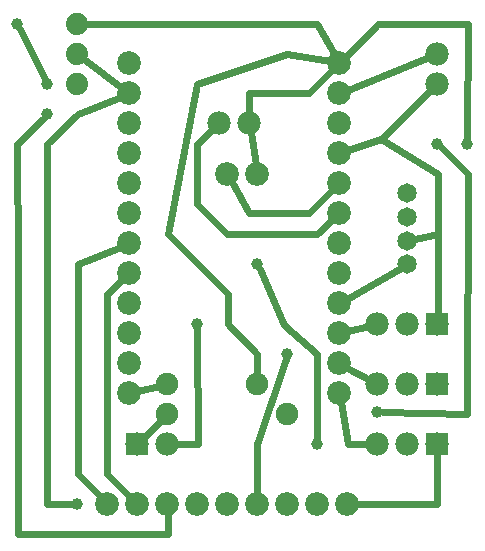
<source format=gtl>
G04 MADE WITH FRITZING*
G04 WWW.FRITZING.ORG*
G04 DOUBLE SIDED*
G04 HOLES PLATED*
G04 CONTOUR ON CENTER OF CONTOUR VECTOR*
%ASAXBY*%
%FSLAX23Y23*%
%MOIN*%
%OFA0B0*%
%SFA1.0B1.0*%
%ADD10C,0.078000*%
%ADD11C,0.039370*%
%ADD12C,0.074000*%
%ADD13C,0.075000*%
%ADD14C,0.079370*%
%ADD15C,0.065000*%
%ADD16R,0.078000X0.078000*%
%ADD17C,0.024000*%
%LNCOPPER1*%
G90*
G70*
G54D10*
X1444Y1730D03*
X1444Y1630D03*
G54D11*
X1544Y1430D03*
G54D12*
X244Y1630D03*
X244Y1730D03*
X244Y1830D03*
G54D11*
X144Y1630D03*
X44Y1830D03*
X144Y1530D03*
X244Y230D03*
X644Y830D03*
X944Y730D03*
X844Y1030D03*
X1044Y430D03*
X1244Y538D03*
X1444Y1430D03*
G54D13*
X544Y630D03*
X844Y630D03*
X544Y630D03*
X844Y630D03*
X944Y530D03*
X544Y530D03*
X944Y530D03*
X544Y530D03*
G54D14*
X416Y1699D03*
X416Y1599D03*
X416Y1499D03*
X416Y1399D03*
X416Y1299D03*
X416Y1199D03*
X416Y1099D03*
X416Y999D03*
X416Y899D03*
X416Y799D03*
X416Y699D03*
X416Y599D03*
X1116Y1699D03*
X1116Y1599D03*
X1116Y1499D03*
X1116Y1399D03*
X1116Y1299D03*
X1116Y1199D03*
X1116Y1099D03*
X1116Y999D03*
X1116Y899D03*
X1116Y799D03*
X1116Y699D03*
X1116Y599D03*
G54D10*
X444Y430D03*
X544Y430D03*
G54D14*
X1144Y230D03*
X1044Y230D03*
X944Y230D03*
X844Y230D03*
X744Y230D03*
X644Y230D03*
X544Y230D03*
X444Y230D03*
X344Y230D03*
G54D10*
X1444Y430D03*
X1344Y430D03*
X1244Y430D03*
X1444Y630D03*
X1344Y630D03*
X1244Y630D03*
X1444Y830D03*
X1344Y830D03*
X1244Y830D03*
G54D15*
X1344Y1030D03*
X1344Y1108D03*
X1344Y1187D03*
X1344Y1266D03*
G54D10*
X716Y1499D03*
X816Y1499D03*
G54D14*
X744Y1330D03*
X844Y1330D03*
X744Y1330D03*
X844Y1330D03*
G54D16*
X444Y430D03*
X1444Y430D03*
X1444Y630D03*
X1444Y830D03*
G54D17*
X1043Y1829D02*
X276Y1830D01*
D02*
X1101Y1726D02*
X1043Y1829D01*
D02*
X1245Y1829D02*
X1545Y1829D01*
D02*
X1545Y1829D02*
X1544Y1449D01*
D02*
X1138Y1721D02*
X1245Y1829D01*
D02*
X1145Y1611D02*
X1416Y1719D01*
D02*
X1255Y1446D02*
X1423Y1609D01*
D02*
X1545Y1330D02*
X1544Y530D01*
D02*
X1544Y530D02*
X1263Y537D01*
D02*
X1458Y1416D02*
X1545Y1330D01*
D02*
X53Y1813D02*
X136Y1647D01*
D02*
X144Y1430D02*
X144Y229D01*
D02*
X144Y229D02*
X225Y230D01*
D02*
X245Y1531D02*
X144Y1430D01*
D02*
X388Y1588D02*
X245Y1531D01*
D02*
X269Y1711D02*
X392Y1618D01*
D02*
X245Y330D02*
X245Y1029D01*
D02*
X245Y1029D02*
X388Y1087D01*
D02*
X323Y252D02*
X245Y330D01*
D02*
X344Y330D02*
X344Y930D01*
D02*
X344Y930D02*
X394Y978D01*
D02*
X423Y251D02*
X344Y330D01*
D02*
X1444Y231D02*
X1444Y400D01*
D02*
X1175Y230D02*
X1444Y231D01*
D02*
X524Y509D02*
X466Y451D01*
D02*
X45Y1030D02*
X45Y129D01*
D02*
X45Y129D02*
X546Y129D01*
D02*
X546Y129D02*
X545Y199D01*
D02*
X44Y1430D02*
X45Y1030D01*
D02*
X131Y1516D02*
X44Y1430D01*
D02*
X645Y430D02*
X644Y811D01*
D02*
X575Y430D02*
X645Y430D01*
D02*
X844Y430D02*
X938Y712D01*
D02*
X844Y260D02*
X844Y430D01*
D02*
X1146Y806D02*
X1215Y823D01*
D02*
X1143Y684D02*
X1218Y644D01*
D02*
X1145Y429D02*
X1214Y429D01*
D02*
X1121Y569D02*
X1145Y429D01*
D02*
X1044Y630D02*
X1044Y729D01*
D02*
X1044Y729D02*
X933Y828D01*
D02*
X933Y828D02*
X852Y1012D01*
D02*
X1044Y530D02*
X1044Y630D01*
D02*
X1044Y449D02*
X1044Y530D01*
D02*
X1143Y914D02*
X1324Y1018D01*
D02*
X446Y606D02*
X517Y623D01*
D02*
X1445Y1130D02*
X1368Y1113D01*
D02*
X1044Y1130D02*
X744Y1130D01*
D02*
X744Y1130D02*
X644Y1231D01*
D02*
X644Y1231D02*
X643Y1430D01*
D02*
X643Y1430D02*
X694Y1478D01*
D02*
X1094Y1178D02*
X1044Y1130D01*
D02*
X844Y729D02*
X844Y658D01*
D02*
X745Y831D02*
X844Y729D01*
D02*
X745Y930D02*
X745Y831D01*
D02*
X645Y1030D02*
X745Y930D01*
D02*
X546Y1130D02*
X645Y1030D01*
D02*
X643Y1629D02*
X546Y1130D01*
D02*
X943Y1730D02*
X643Y1629D01*
D02*
X1086Y1705D02*
X943Y1730D01*
D02*
X1445Y1329D02*
X1445Y1130D01*
D02*
X1445Y1130D02*
X1445Y860D01*
D02*
X1255Y1446D02*
X1445Y1329D01*
D02*
X839Y1360D02*
X821Y1469D01*
D02*
X816Y1599D02*
X816Y1529D01*
D02*
X1017Y1599D02*
X816Y1599D01*
D02*
X1094Y1677D02*
X1017Y1599D01*
D02*
X1145Y1409D02*
X1255Y1446D01*
D02*
X1017Y1199D02*
X1116Y1299D01*
D02*
X916Y1199D02*
X1017Y1199D01*
D02*
X816Y1199D02*
X916Y1199D01*
D02*
X759Y1303D02*
X816Y1199D01*
G04 End of Copper1*
M02*
</source>
